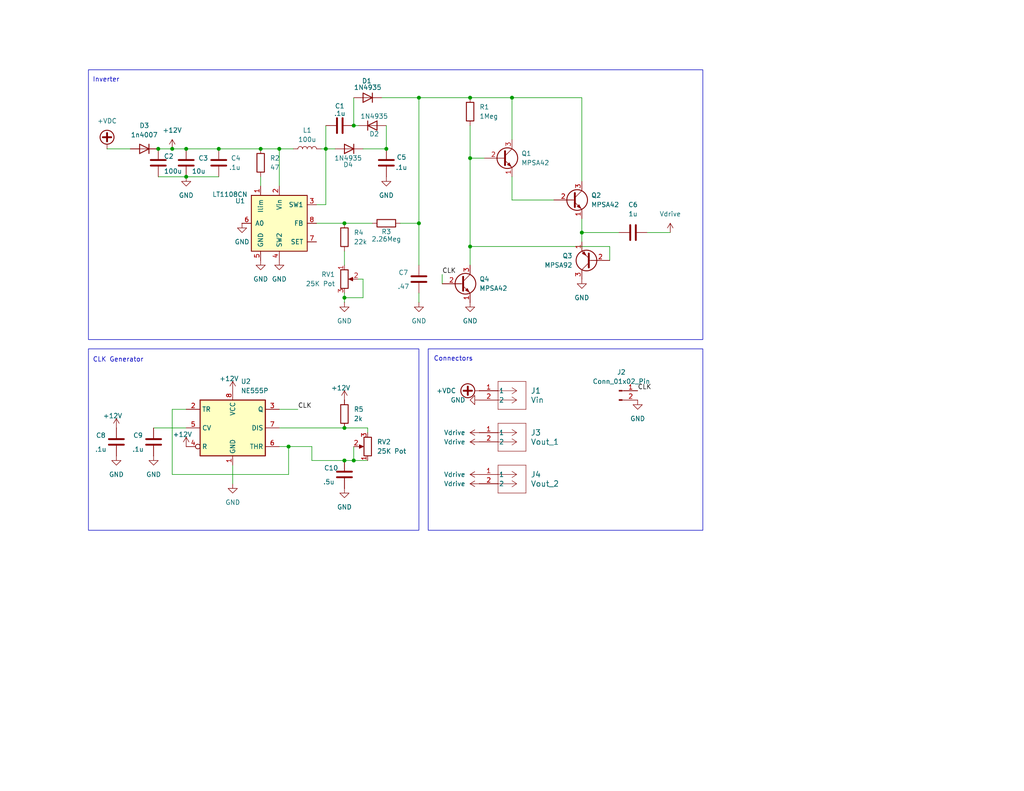
<source format=kicad_sch>
(kicad_sch (version 20231120) (generator "eeschema") (generator_version "8.0")
  (paper "USLetter")
  (title_block (title "Electroluminescent Gauge Driver For Massey Ferguson 135") (date "2024-05-31") (rev "V1") (company "Steven Vokoun") (comment 1 "Based on Linear Technologies Application Note 61, August 1994") (comment 2 "Fully solid state"))
  (lib_symbols
    (symbol "2024-05-31_20-10-28:1776493-2" (pin_names (offset 0.254))
      (property "Reference" "J" (at 8.89 6.35 0))
      (property "Value" "1776493-2" (at 0 0 0))
      (symbol "1776493-2_1_1"
        (polyline (pts (xy 5.08 -5.08) (xy 12.7 -5.08)) (stroke (width 0.127)))
        (polyline (pts (xy 5.08 2.54) (xy 5.08 -5.08)) (stroke (width 0.127)))
        (polyline (pts (xy 10.16 -2.54) (xy 5.08 -2.54)) (stroke (width 0.127)))
        (polyline (pts (xy 10.16 -2.54) (xy 8.89 -3.3867)) (stroke (width 0.127)))
        (polyline (pts (xy 10.16 -2.54) (xy 8.89 -1.6933)) (stroke (width 0.127)))
        (polyline (pts (xy 10.16 0) (xy 5.08 0)) (stroke (width 0.127)))
        (polyline (pts (xy 10.16 0) (xy 8.89 -0.8467)) (stroke (width 0.127)))
        (polyline (pts (xy 10.16 0) (xy 8.89 0.8467)) (stroke (width 0.127)))
        (polyline (pts (xy 12.7 -5.08) (xy 12.7 2.54)) (stroke (width 0.127)))
        (polyline (pts (xy 12.7 2.54) (xy 5.08 2.54)) (stroke (width 0.127)))
        (pin unspecified line (at 0 0 0) (length 5.08) (name "1") (number "1"))
        (pin unspecified line (at 0 -2.54 0) (length 5.08) (name "2") (number "2"))
      )
      (symbol "1776493-2_1_2"
        (polyline (pts (xy 5.08 -5.08) (xy 12.7 -5.08)) (stroke (width 0.127)))
        (polyline (pts (xy 5.08 2.54) (xy 5.08 -5.08)) (stroke (width 0.127)))
        (polyline (pts (xy 7.62 -2.54) (xy 5.08 -2.54)) (stroke (width 0.127)))
        (polyline (pts (xy 7.62 -2.54) (xy 8.89 -3.3867)) (stroke (width 0.127)))
        (polyline (pts (xy 7.62 -2.54) (xy 8.89 -1.6933)) (stroke (width 0.127)))
        (polyline (pts (xy 7.62 0) (xy 5.08 0)) (stroke (width 0.127)))
        (polyline (pts (xy 7.62 0) (xy 8.89 -0.8467)) (stroke (width 0.127)))
        (polyline (pts (xy 7.62 0) (xy 8.89 0.8467)) (stroke (width 0.127)))
        (polyline (pts (xy 12.7 -5.08) (xy 12.7 2.54)) (stroke (width 0.127)))
        (polyline (pts (xy 12.7 2.54) (xy 5.08 2.54)) (stroke (width 0.127)))
        (pin unspecified line (at 0 0 0) (length 5.08) (name "1") (number "1"))
        (pin unspecified line (at 0 -2.54 0) (length 5.08) (name "2") (number "2"))
      )
    )
    (symbol "Connector:Conn_01x02_Pin" (pin_names (offset 1.016) hide)
      (property "Reference" "J" (at 0 2.54 0))
      (property "Value" "Conn_01x02_Pin" (at 0 -5.08 0))
      (symbol "Conn_01x02_Pin_1_1"
        (polyline (pts (xy 1.27 -2.54) (xy 0.8636 -2.54)) (stroke (width 0.1524)))
        (polyline (pts (xy 1.27 0) (xy 0.8636 0)) (stroke (width 0.1524)))
        (rectangle (start 0.8636 -2.413) (end 0 -2.667) (stroke (width 0.1524)) (fill (type outline)))
        (rectangle (start 0.8636 0.127) (end 0 -0.127) (stroke (width 0.1524)) (fill (type outline)))
        (pin passive line (at 5.08 0 180) (length 3.81) (name "Pin_1") (number "1"))
        (pin passive line (at 5.08 -2.54 180) (length 3.81) (name "Pin_2") (number "2"))
      )
    )
    (symbol "Device:C" (pin_numbers hide) (pin_names (offset 0.254))
      (property "Reference" "C" (at 0.635 2.54 0))
      (property "Value" "C" (at 0.635 -2.54 0))
      (symbol "C_0_1"
        (polyline (pts (xy -2.032 -0.762) (xy 2.032 -0.762)) (stroke (width 0.508)))
        (polyline (pts (xy -2.032 0.762) (xy 2.032 0.762)) (stroke (width 0.508)))
      )
      (symbol "C_1_1"
        (pin passive line (at 0 3.81 270) (length 2.794) (name "~") (number "1"))
        (pin passive line (at 0 -3.81 90) (length 2.794) (name "~") (number "2"))
      )
    )
    (symbol "Device:D" (pin_numbers hide) (pin_names (offset 1.016) hide)
      (property "Reference" "D" (at 0 2.54 0))
      (property "Value" "D" (at 0 -2.54 0))
      (symbol "D_0_1"
        (polyline (pts (xy -1.27 1.27) (xy -1.27 -1.27)) (stroke (width 0.254)))
        (polyline (pts (xy 1.27 0) (xy -1.27 0)))
        (polyline (pts (xy 1.27 1.27) (xy 1.27 -1.27) (xy -1.27 0) (xy 1.27 1.27)) (stroke (width 0.254)))
      )
      (symbol "D_1_1"
        (pin passive line (at -3.81 0 0) (length 2.54) (name "K") (number "1"))
        (pin passive line (at 3.81 0 180) (length 2.54) (name "A") (number "2"))
      )
    )
    (symbol "Device:L" (pin_numbers hide) (pin_names (offset 1.016) hide)
      (property "Reference" "L" (at -1.27 0 90))
      (property "Value" "L" (at 1.905 0 90))
      (symbol "L_0_1"
        (arc (start 0 -2.54) (mid 0.6323 -1.905) (end 0 -1.27))
        (arc (start 0 -1.27) (mid 0.6323 -0.635) (end 0 0))
        (arc (start 0 0) (mid 0.6323 0.635) (end 0 1.27))
        (arc (start 0 1.27) (mid 0.6323 1.905) (end 0 2.54))
      )
      (symbol "L_1_1"
        (pin passive line (at 0 3.81 270) (length 1.27) (name "1") (number "1"))
        (pin passive line (at 0 -3.81 90) (length 1.27) (name "2") (number "2"))
      )
    )
    (symbol "Device:R" (pin_numbers hide) (pin_names (offset 0))
      (property "Reference" "R" (at 2.032 0 90))
      (property "Value" "R" (at 0 0 90))
      (symbol "R_0_1"
        (rectangle (start -1.016 -2.54) (end 1.016 2.54) (stroke (width 0.254)))
      )
      (symbol "R_1_1"
        (pin passive line (at 0 3.81 270) (length 1.27) (name "~") (number "1"))
        (pin passive line (at 0 -3.81 90) (length 1.27) (name "~") (number "2"))
      )
    )
    (symbol "Device:R_Potentiometer" (pin_names (offset 1.016) hide)
      (property "Reference" "RV" (at -4.445 0 90))
      (property "Value" "R_Potentiometer" (at -2.54 0 90))
      (symbol "R_Potentiometer_0_1"
        (polyline (pts (xy 2.54 0) (xy 1.524 0)))
        (polyline (pts (xy 1.143 0) (xy 2.286 0.508) (xy 2.286 -0.508) (xy 1.143 0)) (fill (type outline)))
        (rectangle (start 1.016 2.54) (end -1.016 -2.54) (stroke (width 0.254)))
      )
      (symbol "R_Potentiometer_1_1"
        (pin passive line (at 0 3.81 270) (length 1.27) (name "1") (number "1"))
        (pin passive line (at 3.81 0 180) (length 1.27) (name "2") (number "2"))
        (pin passive line (at 0 -3.81 90) (length 1.27) (name "3") (number "3"))
      )
    )
    (symbol "Regulator_Switching:LT1108CN" (pin_names (offset 1.016))
      (property "Reference" "U" (at 1.27 10.795 0))
      (property "Value" "LT1108CN" (at 1.27 8.89 0))
      (symbol "LT1108CN_0_1"
        (rectangle (start -7.62 7.62) (end 7.62 -7.62) (stroke (width 0.254)) (fill (type background)))
      )
      (symbol "LT1108CN_1_1"
        (pin input line (at -5.08 10.16 270) (length 2.54) (name "Ilim") (number "1"))
        (pin power_in line (at 0 10.16 270) (length 2.54) (name "Vin") (number "2"))
        (pin input line (at 10.16 5.08 180) (length 2.54) (name "SW1") (number "3"))
        (pin input line (at 0 -10.16 90) (length 2.54) (name "SW2") (number "4"))
        (pin power_in line (at -5.08 -10.16 90) (length 2.54) (name "GND") (number "5"))
        (pin output line (at -10.16 0 0) (length 2.54) (name "A0") (number "6"))
        (pin input line (at 10.16 -5.08 180) (length 2.54) (name "SET") (number "7"))
        (pin input line (at 10.16 0 180) (length 2.54) (name "FB") (number "8"))
      )
    )
    (symbol "Timer:NE555P"
      (property "Reference" "U" (at -10.16 8.89 0))
      (property "Value" "NE555P" (at 2.54 8.89 0))
      (symbol "NE555P_0_0"
        (pin power_in line (at 0 -10.16 90) (length 2.54) (name "GND") (number "1"))
        (pin power_in line (at 0 10.16 270) (length 2.54) (name "VCC") (number "8"))
      )
      (symbol "NE555P_0_1"
        (rectangle (start -8.89 -7.62) (end 8.89 7.62) (stroke (width 0.254)) (fill (type background)))
        (rectangle (start -8.89 -7.62) (end 8.89 7.62) (stroke (width 0.254)) (fill (type background)))
      )
      (symbol "NE555P_1_1"
        (pin input line (at -12.7 5.08 0) (length 3.81) (name "TR") (number "2"))
        (pin output line (at 12.7 5.08 180) (length 3.81) (name "Q") (number "3"))
        (pin input inverted (at -12.7 -5.08 0) (length 3.81) (name "R") (number "4"))
        (pin input line (at -12.7 0 0) (length 3.81) (name "CV") (number "5"))
        (pin input line (at 12.7 -5.08 180) (length 3.81) (name "THR") (number "6"))
        (pin input line (at 12.7 0 180) (length 3.81) (name "DIS") (number "7"))
      )
    )
    (symbol "Transistor_BJT:MPSA42" (pin_names (offset 1.016) hide)
      (property "Reference" "Q" (at 5.08 1.905 0))
      (property "Value" "MPSA42" (at 5.08 0 0))
      (symbol "MPSA42_0_1"
        (polyline (pts (xy 0 0) (xy 0.635 0)))
        (polyline (pts (xy 0.635 0.635) (xy 2.54 2.54)))
        (polyline (pts (xy 0.635 -0.635) (xy 2.54 -2.54) (xy 2.54 -2.54)))
        (polyline (pts (xy 0.635 1.905) (xy 0.635 -1.905) (xy 0.635 -1.905)) (stroke (width 0.508)))
        (polyline (pts (xy 1.27 -1.778) (xy 1.778 -1.27) (xy 2.286 -2.286) (xy 1.27 -1.778) (xy 1.27 -1.778)) (fill (type outline)))
        (circle (center 1.27 0) (radius 2.8194) (stroke (width 0.254)))
      )
      (symbol "MPSA42_1_1"
        (pin passive line (at 2.54 -5.08 90) (length 2.54) (name "E") (number "1"))
        (pin input line (at -5.08 0 0) (length 5.08) (name "B") (number "2"))
        (pin passive line (at 2.54 5.08 270) (length 2.54) (name "C") (number "3"))
      )
    )
    (symbol "Transistor_BJT:MPSA92" (pin_names (offset 1.016) hide)
      (property "Reference" "Q" (at 5.08 1.905 0))
      (property "Value" "MPSA92" (at 5.08 0 0))
      (symbol "MPSA92_0_1"
        (polyline (pts (xy 0 0) (xy 0.635 0)))
        (polyline (pts (xy 2.54 -2.54) (xy 0.635 -0.635)))
        (polyline (pts (xy 2.54 2.54) (xy 0.635 0.635)))
        (polyline (pts (xy 0.635 1.905) (xy 0.635 -1.905) (xy 0.635 -1.905)) (stroke (width 0.508)) (fill (type outline)))
        (polyline (pts (xy 1.905 -2.413) (xy 2.413 -1.905) (xy 1.397 -1.397) (xy 1.905 -2.413) (xy 1.905 -2.413)) (fill (type outline)))
        (circle (center 1.27 0) (radius 2.8194) (stroke (width 0.254)))
      )
      (symbol "MPSA92_1_1"
        (pin passive line (at 2.54 -5.08 90) (length 2.54) (name "E") (number "1"))
        (pin input line (at -5.08 0 0) (length 5.08) (name "B") (number "2"))
        (pin passive line (at 2.54 5.08 270) (length 2.54) (name "C") (number "3"))
      )
    )
    (symbol "power:+12V" (power) (pin_numbers hide) (pin_names (offset 0) hide)
      (property "Value" "+12V" (at 0 3.556 0))
      (symbol "+12V_0_1"
        (polyline (pts (xy -0.762 1.27) (xy 0 2.54)))
        (polyline (pts (xy 0 0) (xy 0 2.54)))
        (polyline (pts (xy 0 2.54) (xy 0.762 1.27)))
      )
      (symbol "+12V_1_1"
        (pin power_in line (at 0 0 90) (length 0) (name "~") (number "1"))
      )
    )
    (symbol "power:+VDC" (power) (pin_numbers hide) (pin_names (offset 0) hide)
      (property "Value" "+VDC" (at 0 6.35 0))
      (symbol "+VDC_0_1"
        (polyline (pts (xy -1.143 3.175) (xy 1.143 3.175)) (stroke (width 0.508)))
        (polyline (pts (xy 0 0) (xy 0 1.27)))
        (polyline (pts (xy 0 2.032) (xy 0 4.318)) (stroke (width 0.508)))
        (circle (center 0 3.175) (radius 1.905) (stroke (width 0.254)))
      )
      (symbol "+VDC_1_1"
        (pin power_in line (at 0 0 90) (length 0) (name "~") (number "1"))
      )
    )
    (symbol "power:GND" (power) (pin_numbers hide) (pin_names (offset 0) hide)
      (property "Value" "GND" (at 0 -3.81 0))
      (symbol "GND_0_1"
        (polyline (pts (xy 0 0) (xy 0 -1.27) (xy 1.27 -1.27) (xy 0 -2.54) (xy -1.27 -1.27) (xy 0 -1.27)))
      )
      (symbol "GND_1_1"
        (pin power_in line (at 0 0 270) (length 0) (name "~") (number "1"))
      )
    )
    (symbol "power:Vdrive" (power) (pin_numbers hide) (pin_names (offset 0) hide)
      (property "Value" "Vdrive" (at 0 3.556 0))
      (symbol "Vdrive_0_1"
        (polyline (pts (xy -0.762 1.27) (xy 0 2.54)))
        (polyline (pts (xy 0 0) (xy 0 2.54)))
        (polyline (pts (xy 0 2.54) (xy 0.762 1.27)))
      )
      (symbol "Vdrive_1_1"
        (pin power_in line (at 0 0 90) (length 0) (name "~") (number "1"))
      )
    )
  )
  (junction (at 59.69 40.64))
  (junction (at 93.98 116.84))
  (junction (at 128.27 43.18))
  (junction (at 93.98 125.73))
  (junction (at 50.8 48.26))
  (junction (at 93.98 81.28))
  (junction (at 128.27 67.31))
  (junction (at 88.9 40.64))
  (junction (at 78.74 121.92))
  (junction (at 114.3 26.67))
  (junction (at 71.12 40.64))
  (junction (at 114.3 60.96))
  (junction (at 50.8 40.64))
  (junction (at 96.52 34.29))
  (junction (at 96.52 125.73))
  (junction (at 139.7 26.67))
  (junction (at 93.98 60.96))
  (junction (at 158.75 63.5))
  (junction (at 76.2 40.64))
  (junction (at 105.41 40.64))
  (junction (at 43.18 40.64))
  (junction (at 128.27 26.67))
  (junction (at 46.99 40.64))
  (wire (pts (xy 114.3 60.96) (xy 109.22 60.96)))
  (wire (pts (xy 96.52 125.73) (xy 96.52 121.92)))
  (wire (pts (xy 71.12 40.64) (xy 76.2 40.64)))
  (wire (pts (xy 114.3 26.67) (xy 114.3 60.96)))
  (wire (pts (xy 158.75 26.67) (xy 139.7 26.67)))
  (wire (pts (xy 76.2 50.8) (xy 76.2 40.64)))
  (wire (pts (xy 99.06 76.2) (xy 99.06 81.28)))
  (wire (pts (xy 139.7 54.61) (xy 139.7 48.26)))
  (wire (pts (xy 139.7 26.67) (xy 128.27 26.67)))
  (wire (pts (xy 76.2 116.84) (xy 93.98 116.84)))
  (wire (pts (xy 139.7 38.1) (xy 139.7 26.67)))
  (wire (pts (xy 93.98 125.73) (xy 96.52 125.73)))
  (wire (pts (xy 59.69 40.64) (xy 71.12 40.64)))
  (wire (pts (xy 128.27 43.18) (xy 132.08 43.18)))
  (wire (pts (xy 78.74 129.54) (xy 78.74 121.92)))
  (wire (pts (xy 71.12 48.26) (xy 71.12 50.8)))
  (wire (pts (xy 46.99 111.76) (xy 46.99 129.54)))
  (wire (pts (xy 43.18 40.64) (xy 46.99 40.64)))
  (wire (pts (xy 114.3 26.67) (xy 128.27 26.67)))
  (wire (pts (xy 88.9 40.64) (xy 91.44 40.64)))
  (wire (pts (xy 158.75 49.53) (xy 158.75 26.67)))
  (wire (pts (xy 104.14 26.67) (xy 114.3 26.67)))
  (wire (pts (xy 29.21 40.64) (xy 35.56 40.64)))
  (wire (pts (xy 76.2 111.76) (xy 81.28 111.76)))
  (wire (pts (xy 158.75 59.69) (xy 158.75 63.5)))
  (wire (pts (xy 97.79 76.2) (xy 99.06 76.2)))
  (wire (pts (xy 99.06 40.64) (xy 105.41 40.64)))
  (wire (pts (xy 158.75 63.5) (xy 158.75 66.04)))
  (wire (pts (xy 87.63 40.64) (xy 88.9 40.64)))
  (wire (pts (xy 151.13 54.61) (xy 139.7 54.61)))
  (wire (pts (xy 43.18 48.26) (xy 50.8 48.26)))
  (wire (pts (xy 100.33 125.73) (xy 96.52 125.73)))
  (wire (pts (xy 76.2 40.64) (xy 80.01 40.64)))
  (wire (pts (xy 93.98 81.28) (xy 99.06 81.28)))
  (wire (pts (xy 176.53 63.5) (xy 182.88 63.5)))
  (wire (pts (xy 63.5 132.08) (xy 63.5 127)))
  (wire (pts (xy 93.98 60.96) (xy 101.6 60.96)))
  (wire (pts (xy 93.98 116.84) (xy 100.33 116.84)))
  (wire (pts (xy 105.41 34.29) (xy 105.41 40.64)))
  (wire (pts (xy 158.75 63.5) (xy 168.91 63.5)))
  (wire (pts (xy 50.8 111.76) (xy 46.99 111.76)))
  (wire (pts (xy 100.33 118.11) (xy 100.33 116.84)))
  (wire (pts (xy 88.9 34.29) (xy 88.9 40.64)))
  (wire (pts (xy 114.3 72.39) (xy 114.3 60.96)))
  (wire (pts (xy 114.3 80.01) (xy 114.3 82.55)))
  (wire (pts (xy 128.27 67.31) (xy 128.27 72.39)))
  (wire (pts (xy 86.36 60.96) (xy 93.98 60.96)))
  (wire (pts (xy 120.65 74.93) (xy 120.65 77.47)))
  (wire (pts (xy 50.8 40.64) (xy 59.69 40.64)))
  (wire (pts (xy 128.27 43.18) (xy 128.27 67.31)))
  (wire (pts (xy 93.98 80.01) (xy 93.98 81.28)))
  (wire (pts (xy 86.36 55.88) (xy 88.9 55.88)))
  (wire (pts (xy 128.27 34.29) (xy 128.27 43.18)))
  (wire (pts (xy 46.99 40.64) (xy 50.8 40.64)))
  (wire (pts (xy 41.91 116.84) (xy 50.8 116.84)))
  (wire (pts (xy 85.09 125.73) (xy 85.09 121.92)))
  (wire (pts (xy 78.74 121.92) (xy 76.2 121.92)))
  (wire (pts (xy 93.98 68.58) (xy 93.98 72.39)))
  (wire (pts (xy 93.98 81.28) (xy 93.98 82.55)))
  (wire (pts (xy 85.09 121.92) (xy 78.74 121.92)))
  (wire (pts (xy 96.52 34.29) (xy 97.79 34.29)))
  (wire (pts (xy 46.99 129.54) (xy 78.74 129.54)))
  (wire (pts (xy 166.37 71.12) (xy 166.37 67.31)))
  (wire (pts (xy 50.8 48.26) (xy 59.69 48.26)))
  (wire (pts (xy 93.98 125.73) (xy 85.09 125.73)))
  (wire (pts (xy 88.9 55.88) (xy 88.9 40.64)))
  (wire (pts (xy 166.37 67.31) (xy 128.27 67.31)))
  (wire (pts (xy 96.52 26.67) (xy 96.52 34.29)))
  (rectangle (start 116.84 95.25) (end 191.77 144.78))
  (rectangle (start 24.13 95.25) (end 114.3 144.78))
  (rectangle (start 24.13 19.05) (end 191.77 92.71))
  (text "CLK Generator" (at 32.258 98.298 0) (effects (font (size 1.27 1.27))))
  (text "Inverter" (at 28.956 21.844 0) (effects (font (size 1.27 1.27))))
  (text "Connectors" (at 123.698 98.044 0) (effects (font (size 1.27 1.27))))
  (label "CLK" (at 81.28 111.76 0))
  (label "CLK" (at 173.99 106.68 0))
  (label "CLK" (at 120.65 74.93 0))
  (symbol (lib_id "power:GND") (at 105.41 48.26 0) (unit 1)
    (property "Reference" "#PWR04" (effects (hide yes)))
    (property "Value" "GND" (at 105.41 53.34 0))
    (property "Description" "Power symbol creates a global label with name \"GND\" , ground" (effects (hide yes)))
  )
  (symbol (lib_id "Device:R_Potentiometer") (at 93.98 76.2 0) (unit 1)
    (property "Reference" "RV1" (at 91.44 74.9299 0) (effects (justify right)))
    (property "Value" "25K Pot" (at 91.44 77.4699 0) (effects (justify right)))
    (property "Footprint" "digikey-footprints:TRIM_3362P-1-253LF" (effects (hide yes)))
    (property "Description" "Potentiometer" (effects (hide yes)))
  )
  (symbol (lib_id "power:GND") (at 66.04 60.96 0) (unit 1)
    (property "Reference" "#PWR05" (effects (hide yes)))
    (property "Value" "GND" (at 66.04 66.04 0))
    (property "Description" "Power symbol creates a global label with name \"GND\" , ground" (effects (hide yes)))
  )
  (symbol (lib_id "Device:C") (at 105.41 44.45 0) (unit 1)
    (property "Reference" "C5" (at 108.204 42.926 0) (effects (justify left)))
    (property "Value" ".1u" (at 107.95 45.72 0) (effects (justify left)))
    (property "Footprint" "Capacitor_THT:C_Rect_L7.2mm_W7.2mm_P5.00mm_FKS2_FKP2_MKS2_MKP2" (effects (hide yes)))
    (property "Description" "Unpolarized capacitor" (effects (hide yes)))
  )
  (symbol (lib_id "Device:D") (at 39.37 40.64 180) (unit 1)
    (property "Reference" "D3" (at 39.37 34.29 0))
    (property "Value" "1n4007" (at 39.37 36.83 0))
    (property "Footprint" "Diode_THT:D_DO-41_SOD81_P7.62mm_Horizontal" (effects (hide yes)))
    (property "Description" "Diode" (effects (hide yes)))
    (property "Sim.Device" "D" (effects (hide yes)))
    (property "Sim.Pins" "1=K 2=A" (effects (hide yes)))
  )
  (symbol (lib_id "power:GND") (at 71.12 71.12 0) (unit 1)
    (property "Reference" "#PWR07" (effects (hide yes)))
    (property "Value" "GND" (at 71.12 76.2 0))
    (property "Description" "Power symbol creates a global label with name \"GND\" , ground" (effects (hide yes)))
  )
  (symbol (lib_id "power:+12V") (at 63.5 106.68 0) (unit 1)
    (property "Reference" "#PWR013" (effects (hide yes)))
    (property "Value" "+12V" (at 62.484 103.378 0))
    (property "Description" "Power symbol creates a global label with name \"+12V\"" (effects (hide yes)))
  )
  (symbol (lib_id "power:Vdrive") (at 130.81 120.65 90) (unit 1)
    (property "Reference" "#PWR020" (effects (hide yes)))
    (property "Value" "Vdrive" (at 127 120.6499 90) (effects (justify left)))
    (property "Description" "Power symbol creates a global label with name \"Vdrive\"" (effects (hide yes)))
  )
  (symbol (lib_id "Device:C") (at 31.75 120.65 0) (unit 1)
    (property "Reference" "C8" (at 26.162 118.872 0) (effects (justify left)))
    (property "Value" ".1u" (at 25.908 122.682 0) (effects (justify left)))
    (property "Footprint" "Capacitor_THT:C_Disc_D5.1mm_W3.2mm_P5.00mm" (effects (hide yes)))
    (property "Description" "Unpolarized capacitor" (effects (hide yes)))
  )
  (symbol (lib_id "Device:C") (at 43.18 44.45 0) (unit 1)
    (property "Reference" "C2" (at 44.704 42.672 0) (effects (justify left)))
    (property "Value" "100u" (at 44.704 46.736 0) (effects (justify left)))
    (property "Footprint" "Capacitor_THT:C_Radial_D8.0mm_H11.5mm_P3.50mm" (effects (hide yes)))
    (property "Description" "Unpolarized capacitor" (effects (hide yes)))
  )
  (symbol (lib_id "power:GND") (at 114.3 82.55 0) (unit 1)
    (property "Reference" "#PWR011" (effects (hide yes)))
    (property "Value" "GND" (at 114.3 87.63 0))
    (property "Description" "Power symbol creates a global label with name \"GND\" , ground" (effects (hide yes)))
  )
  (symbol (lib_id "Device:R") (at 93.98 113.03 0) (unit 1)
    (property "Reference" "R5" (at 96.52 111.7599 0) (effects (justify left)))
    (property "Value" "2k" (at 96.52 114.2999 0) (effects (justify left)))
    (property "Footprint" "Resistor_THT:R_Axial_DIN0207_L6.3mm_D2.5mm_P7.62mm_Horizontal" (effects (hide yes)))
    (property "Description" "Resistor" (effects (hide yes)))
  )
  (symbol (lib_id "power:GND") (at 41.91 124.46 0) (unit 1)
    (property "Reference" "#PWR023" (effects (hide yes)))
    (property "Value" "GND" (at 41.91 129.54 0))
    (property "Description" "Power symbol creates a global label with name \"GND\" , ground" (effects (hide yes)))
  )
  (symbol (lib_id "Transistor_BJT:MPSA42") (at 125.73 77.47 0) (unit 1)
    (property "Reference" "Q4" (at 130.81 76.1999 0) (effects (justify left)))
    (property "Value" "MPSA42" (at 130.81 78.7399 0) (effects (justify left)))
    (property "Footprint" "Package_TO_SOT_THT:TO-92_Inline" (effects (hide yes)))
    (property "Datasheet" "http://www.onsemi.com/pub_link/Collateral/MPSA42-D.PDF" (effects (hide yes)))
    (property "Description" "0.5A Ic, 300V Vce, NPN High Voltage Transistor, TO-92" (effects (hide yes)))
  )
  (symbol (lib_id "Device:R") (at 128.27 30.48 0) (unit 1)
    (property "Reference" "R1" (at 130.81 29.2099 0) (effects (justify left)))
    (property "Value" "1Meg" (at 130.81 31.7499 0) (effects (justify left)))
    (property "Footprint" "Resistor_THT:R_Axial_DIN0207_L6.3mm_D2.5mm_P7.62mm_Horizontal" (effects (hide yes)))
    (property "Description" "Resistor" (effects (hide yes)))
  )
  (symbol (lib_id "power:+12V") (at 50.8 121.92 0) (unit 1)
    (property "Reference" "#PWR021" (effects (hide yes)))
    (property "Value" "+12V" (at 49.784 118.618 0))
    (property "Description" "Power symbol creates a global label with name \"+12V\"" (effects (hide yes)))
  )
  (symbol (lib_id "power:Vdrive") (at 130.81 118.11 90) (unit 1)
    (property "Reference" "#PWR019" (effects (hide yes)))
    (property "Value" "Vdrive" (at 127 118.1099 90) (effects (justify left)))
    (property "Description" "Power symbol creates a global label with name \"Vdrive\"" (effects (hide yes)))
  )
  (symbol (lib_id "Device:D") (at 100.33 26.67 180) (unit 1)
    (property "Reference" "D1" (at 100.076 22.098 0))
    (property "Value" "1N4935" (at 100.33 23.876 0))
    (property "Footprint" "digikey-footprints:DO-41" (effects (hide yes)))
    (property "Description" "Diode" (effects (hide yes)))
    (property "Sim.Device" "D" (effects (hide yes)))
    (property "Sim.Pins" "1=K 2=A" (effects (hide yes)))
  )
  (symbol (lib_id "power:GND") (at 130.81 109.22 270) (unit 1)
    (property "Reference" "#PWR016" (effects (hide yes)))
    (property "Value" "GND" (at 127 109.2199 90) (effects (justify right)))
    (property "Description" "Power symbol creates a global label with name \"GND\" , ground" (effects (hide yes)))
  )
  (symbol (lib_id "Device:C") (at 172.72 63.5 90) (unit 1)
    (property "Reference" "C6" (at 172.72 55.88 90))
    (property "Value" "1u" (at 172.72 58.42 90))
    (property "Footprint" "Capacitor_THT:C_Radial_D6.3mm_H11.0mm_P2.50mm" (effects (hide yes)))
    (property "Description" "Unpolarized capacitor" (effects (hide yes)))
  )
  (symbol (lib_id "Connector:Conn_01x02_Pin") (at 168.91 106.68 0) (unit 1)
    (property "Reference" "J2" (at 169.545 101.6 0))
    (property "Value" "Conn_01x02_Pin" (at 169.545 104.14 0))
    (property "Footprint" "Connector_PinHeader_2.54mm:PinHeader_1x02_P2.54mm_Vertical" (effects (hide yes)))
    (property "Description" "Generic connector, single row, 01x02, script generated" (effects (hide yes)))
  )
  (symbol (lib_id "power:+12V") (at 93.98 109.22 0) (unit 1)
    (property "Reference" "#PWR015" (effects (hide yes)))
    (property "Value" "+12V" (at 92.964 105.918 0))
    (property "Description" "Power symbol creates a global label with name \"+12V\"" (effects (hide yes)))
  )
  (symbol (lib_id "power:+VDC") (at 29.21 40.64 0) (unit 1)
    (property "Reference" "#PWR01" (effects (hide yes)))
    (property "Value" "+VDC" (at 29.21 33.02 0))
    (property "Description" "Power symbol creates a global label with name \"+VDC\"" (effects (hide yes)))
  )
  (symbol (lib_id "power:+12V") (at 31.75 116.84 0) (unit 1)
    (property "Reference" "#PWR018" (effects (hide yes)))
    (property "Value" "+12V" (at 30.734 113.538 0))
    (property "Description" "Power symbol creates a global label with name \"+12V\"" (effects (hide yes)))
  )
  (symbol (lib_id "Device:R") (at 71.12 44.45 0) (unit 1)
    (property "Reference" "R2" (at 73.66 43.1799 0) (effects (justify left)))
    (property "Value" "47" (at 73.66 45.7199 0) (effects (justify left)))
    (property "Footprint" "Resistor_THT:R_Axial_DIN0207_L6.3mm_D2.5mm_P7.62mm_Horizontal" (effects (hide yes)))
    (property "Description" "Resistor" (effects (hide yes)))
  )
  (symbol (lib_id "power:+VDC") (at 130.81 106.68 90) (unit 1)
    (property "Reference" "#PWR014" (effects (hide yes)))
    (property "Value" "+VDC" (at 124.46 106.6799 90) (effects (justify left)))
    (property "Description" "Power symbol creates a global label with name \"+VDC\"" (effects (hide yes)))
  )
  (symbol (lib_id "Device:D") (at 95.25 40.64 180) (unit 1)
    (property "Reference" "D4" (at 94.996 44.958 0))
    (property "Value" "1N4935" (at 94.996 43.18 0))
    (property "Footprint" "Diode_THT:D_DO-41_SOD81_P7.62mm_Horizontal" (effects (hide yes)))
    (property "Description" "Diode" (effects (hide yes)))
    (property "Sim.Device" "D" (effects (hide yes)))
    (property "Sim.Pins" "1=K 2=A" (effects (hide yes)))
  )
  (symbol (lib_id "power:GND") (at 50.8 48.26 0) (unit 1)
    (property "Reference" "#PWR03" (effects (hide yes)))
    (property "Value" "GND" (at 50.8 53.34 0))
    (property "Description" "Power symbol creates a global label with name \"GND\" , ground" (effects (hide yes)))
  )
  (symbol (lib_id "Transistor_BJT:MPSA42") (at 137.16 43.18 0) (unit 1)
    (property "Reference" "Q1" (at 142.24 41.9099 0) (effects (justify left)))
    (property "Value" "MPSA42" (at 142.24 44.4499 0) (effects (justify left)))
    (property "Footprint" "Package_TO_SOT_THT:TO-92_Inline" (effects (hide yes)))
    (property "Datasheet" "http://www.onsemi.com/pub_link/Collateral/MPSA42-D.PDF" (effects (hide yes)))
    (property "Description" "0.5A Ic, 300V Vce, NPN High Voltage Transistor, TO-92" (effects (hide yes)))
  )
  (symbol (lib_id "Device:C") (at 114.3 76.2 0) (unit 1)
    (property "Reference" "C7" (at 108.712 74.422 0) (effects (justify left)))
    (property "Value" ".47" (at 108.458 78.232 0) (effects (justify left)))
    (property "Footprint" "Capacitor_THT:C_Rect_L18.0mm_W9.0mm_P15.00mm_FKS3_FKP3" (effects (hide yes)))
    (property "Description" "Unpolarized capacitor" (effects (hide yes)))
  )
  (symbol (lib_id "2024-05-31_20-10-28:1776493-2") (at 130.81 106.68 0) (unit 1)
    (property "Reference" "J1" (at 144.78 106.6799 0) (effects (font (size 1.524 1.524)) (justify left)))
    (property "Value" "Vin" (at 144.78 109.2199 0) (effects (font (size 1.524 1.524)) (justify left)))
    (property "Footprint" "2 Pin Connector:CONN2_1776493-2_TEC" (effects (hide yes)))
    (property "Datasheet" "1776493-2" (effects (hide yes)))
  )
  (symbol (lib_id "power:GND") (at 128.27 82.55 0) (unit 1)
    (property "Reference" "#PWR012" (effects (hide yes)))
    (property "Value" "GND" (at 128.27 87.63 0))
    (property "Description" "Power symbol creates a global label with name \"GND\" , ground" (effects (hide yes)))
  )
  (symbol (lib_id "Regulator_Switching:LT1108CN") (at 76.2 60.96 0) (unit 1)
    (property "Reference" "U1" (at 65.532 54.864 0))
    (property "Value" "LT1108CN" (at 62.738 53.086 0))
    (property "Footprint" "Package_DIP:DIP-8_W7.62mm" (effects (hide yes)))
    (property "Datasheet" "https://www.analog.com/media/en/technical-documentation/data-sheets/lt1108.pdf" (effects (hide yes)))
    (property "Description" "Micropower DC-DC converter, step-up or step-down operation, 2V-30Vin, adjustable output voltage, DIP-8" (effects (hide yes)))
  )
  (symbol (lib_id "Transistor_BJT:MPSA92") (at 161.29 71.12 180) (unit 1)
    (property "Reference" "Q3" (at 156.21 69.8499 0) (effects (justify left)))
    (property "Value" "MPSA92" (at 156.21 72.3899 0) (effects (justify left)))
    (property "Footprint" "Package_TO_SOT_THT:TO-92_Inline" (effects (hide yes)))
    (property "Datasheet" "http://www.onsemi.com/pub_link/Collateral/MPSA92-D.PDF" (effects (hide yes)))
    (property "Description" "0.5A Ic, 300V Vce, PNP High Voltage Transistor, TO-92" (effects (hide yes)))
  )
  (symbol (lib_id "Device:C") (at 50.8 44.45 0) (unit 1)
    (property "Reference" "C3" (at 54.102 43.18 0) (effects (justify left)))
    (property "Value" "10u" (at 52.324 46.736 0) (effects (justify left)))
    (property "Footprint" "Capacitor_THT:C_Disc_D5.1mm_W3.2mm_P5.00mm" (effects (hide yes)))
    (property "Description" "Unpolarized capacitor" (effects (hide yes)))
  )
  (symbol (lib_id "Device:L") (at 83.82 40.64 90) (unit 1)
    (property "Reference" "L1" (at 83.82 35.56 90))
    (property "Value" "100u" (at 83.82 38.1 90))
    (property "Footprint" "Inductor_THT:L_Radial_D9.5mm_P5.00mm_Fastron_07HVP" (effects (hide yes)))
    (property "Description" "Inductor" (effects (hide yes)))
  )
  (symbol (lib_id "power:GND") (at 93.98 133.35 0) (unit 1)
    (property "Reference" "#PWR027" (effects (hide yes)))
    (property "Value" "GND" (at 93.98 138.43 0))
    (property "Description" "Power symbol creates a global label with name \"GND\" , ground" (effects (hide yes)))
  )
  (symbol (lib_id "2024-05-31_20-10-28:1776493-2") (at 130.81 129.54 0) (unit 1)
    (property "Reference" "J4" (at 144.78 129.5399 0) (effects (font (size 1.524 1.524)) (justify left)))
    (property "Value" "Vout_2" (at 144.78 132.0799 0) (effects (font (size 1.524 1.524)) (justify left)))
    (property "Footprint" "2 Pin Connector:CONN2_1776493-2_TEC" (effects (hide yes)))
    (property "Datasheet" "1776493-2" (effects (hide yes)))
  )
  (symbol (lib_id "power:GND") (at 158.75 76.2 0) (unit 1)
    (property "Reference" "#PWR09" (effects (hide yes)))
    (property "Value" "GND" (at 158.75 81.28 0))
    (property "Description" "Power symbol creates a global label with name \"GND\" , ground" (effects (hide yes)))
  )
  (symbol (lib_id "power:Vdrive") (at 130.81 129.54 90) (unit 1)
    (property "Reference" "#PWR024" (effects (hide yes)))
    (property "Value" "Vdrive" (at 127 129.5399 90) (effects (justify left)))
    (property "Description" "Power symbol creates a global label with name \"Vdrive\"" (effects (hide yes)))
  )
  (symbol (lib_id "power:GND") (at 76.2 71.12 0) (unit 1)
    (property "Reference" "#PWR08" (effects (hide yes)))
    (property "Value" "GND" (at 76.2 76.2 0))
    (property "Description" "Power symbol creates a global label with name \"GND\" , ground" (effects (hide yes)))
  )
  (symbol (lib_id "power:+12V") (at 46.99 40.64 0) (unit 1)
    (property "Reference" "#PWR02" (effects (hide yes)))
    (property "Value" "+12V" (at 46.99 35.56 0))
    (property "Description" "Power symbol creates a global label with name \"+12V\"" (effects (hide yes)))
  )
  (symbol (lib_id "Device:C") (at 92.71 34.29 90) (unit 1)
    (property "Reference" "C1" (at 92.71 28.956 90))
    (property "Value" ".1u" (at 92.71 30.988 90))
    (property "Footprint" "Capacitor_THT:C_Rect_L7.2mm_W7.2mm_P5.00mm_FKS2_FKP2_MKS2_MKP2" (effects (hide yes)))
    (property "Description" "Unpolarized capacitor" (effects (hide yes)))
  )
  (symbol (lib_id "Device:C") (at 41.91 120.65 0) (unit 1)
    (property "Reference" "C9" (at 36.322 118.872 0) (effects (justify left)))
    (property "Value" ".1u" (at 36.068 122.682 0) (effects (justify left)))
    (property "Footprint" "Capacitor_THT:C_Disc_D5.1mm_W3.2mm_P5.00mm" (effects (hide yes)))
    (property "Description" "Unpolarized capacitor" (effects (hide yes)))
  )
  (symbol (lib_id "power:GND") (at 31.75 124.46 0) (unit 1)
    (property "Reference" "#PWR022" (effects (hide yes)))
    (property "Value" "GND" (at 31.75 129.54 0))
    (property "Description" "Power symbol creates a global label with name \"GND\" , ground" (effects (hide yes)))
  )
  (symbol (lib_id "2024-05-31_20-10-28:1776493-2") (at 130.81 118.11 0) (unit 1)
    (property "Reference" "J3" (at 144.78 118.1099 0) (effects (font (size 1.524 1.524)) (justify left)))
    (property "Value" "Vout_1" (at 144.78 120.6499 0) (effects (font (size 1.524 1.524)) (justify left)))
    (property "Footprint" "2 Pin Connector:CONN2_1776493-2_TEC" (effects (hide yes)))
    (property "Datasheet" "1776493-2" (effects (hide yes)))
  )
  (symbol (lib_id "power:GND") (at 173.99 109.22 0) (unit 1)
    (property "Reference" "#PWR017" (effects (hide yes)))
    (property "Value" "GND" (at 173.99 114.3 0))
    (property "Description" "Power symbol creates a global label with name \"GND\" , ground" (effects (hide yes)))
  )
  (symbol (lib_id "Device:D") (at 101.6 34.29 0) (unit 1)
    (property "Reference" "D2" (at 102.108 36.576 0))
    (property "Value" "1N4935" (at 102.108 31.75 0))
    (property "Footprint" "Diode_THT:D_DO-41_SOD81_P7.62mm_Horizontal" (effects (hide yes)))
    (property "Description" "Diode" (effects (hide yes)))
    (property "Sim.Device" "D" (effects (hide yes)))
    (property "Sim.Pins" "1=K 2=A" (effects (hide yes)))
  )
  (symbol (lib_id "power:GND") (at 93.98 82.55 0) (unit 1)
    (property "Reference" "#PWR010" (effects (hide yes)))
    (property "Value" "GND" (at 93.98 87.63 0))
    (property "Description" "Power symbol creates a global label with name \"GND\" , ground" (effects (hide yes)))
  )
  (symbol (lib_id "Device:C") (at 93.98 129.54 0) (unit 1)
    (property "Reference" "C10" (at 88.392 127.762 0) (effects (justify left)))
    (property "Value" ".5u" (at 88.138 131.572 0) (effects (justify left)))
    (property "Footprint" "Capacitor_THT:C_Disc_D5.1mm_W3.2mm_P5.00mm" (effects (hide yes)))
    (property "Description" "Unpolarized capacitor" (effects (hide yes)))
  )
  (symbol (lib_id "Device:R") (at 93.98 64.77 0) (unit 1)
    (property "Reference" "R4" (at 96.52 63.4999 0) (effects (justify left)))
    (property "Value" "22k" (at 96.52 66.0399 0) (effects (justify left)))
    (property "Footprint" "Resistor_THT:R_Axial_DIN0207_L6.3mm_D2.5mm_P7.62mm_Horizontal" (effects (hide yes)))
    (property "Description" "Resistor" (effects (hide yes)))
  )
  (symbol (lib_id "Device:R") (at 105.41 60.96 90) (unit 1)
    (property "Reference" "R3" (at 105.41 63.246 90))
    (property "Value" "2.26Meg" (at 105.41 65.278 90))
    (property "Footprint" "Resistor_THT:R_Axial_DIN0207_L6.3mm_D2.5mm_P7.62mm_Horizontal" (effects (hide yes)))
    (property "Description" "Resistor" (effects (hide yes)))
  )
  (symbol (lib_id "Device:C") (at 59.69 44.45 0) (unit 1)
    (property "Reference" "C4" (at 62.992 43.18 0) (effects (justify left)))
    (property "Value" ".1u" (at 62.484 45.72 0) (effects (justify left)))
    (property "Footprint" "Capacitor_THT:C_Disc_D5.1mm_W3.2mm_P5.00mm" (effects (hide yes)))
    (property "Description" "Unpolarized capacitor" (effects (hide yes)))
  )
  (symbol (lib_id "power:Vdrive") (at 130.81 132.08 90) (unit 1)
    (property "Reference" "#PWR026" (effects (hide yes)))
    (property "Value" "Vdrive" (at 127 132.0799 90) (effects (justify left)))
    (property "Description" "Power symbol creates a global label with name \"Vdrive\"" (effects (hide yes)))
  )
  (symbol (lib_id "power:Vdrive") (at 182.88 63.5 0) (unit 1)
    (property "Reference" "#PWR06" (effects (hide yes)))
    (property "Value" "Vdrive" (at 182.88 58.42 0))
    (property "Description" "Power symbol creates a global label with name \"Vdrive\"" (effects (hide yes)))
  )
  (symbol (lib_id "Timer:NE555P") (at 63.5 116.84 0) (unit 1)
    (property "Reference" "U2" (at 65.6941 104.14 0) (effects (justify left)))
    (property "Value" "NE555P" (at 65.6941 106.68 0) (effects (justify left)))
    (property "Footprint" "Package_DIP:DIP-8_W7.62mm" (effects (hide yes)))
    (property "Datasheet" "http://www.ti.com/lit/ds/symlink/ne555.pdf" (effects (hide yes)))
    (property "Description" "Precision Timers, 555 compatible,  PDIP-8" (effects (hide yes)))
  )
  (symbol (lib_id "Device:R_Potentiometer") (at 100.33 121.92 180) (unit 1)
    (property "Reference" "RV2" (at 102.87 120.6499 0) (effects (justify right)))
    (property "Value" "25K Pot" (at 102.87 123.1899 0) (effects (justify right)))
    (property "Footprint" "digikey-footprints:TRIM_3362P-1-253LF" (effects (hide yes)))
    (property "Description" "Potentiometer" (effects (hide yes)))
  )
  (symbol (lib_id "Transistor_BJT:MPSA42") (at 156.21 54.61 0) (unit 1)
    (property "Reference" "Q2" (at 161.29 53.3399 0) (effects (justify left)))
    (property "Value" "MPSA42" (at 161.29 55.8799 0) (effects (justify left)))
    (property "Footprint" "Package_TO_SOT_THT:TO-92_Inline" (effects (hide yes)))
    (property "Datasheet" "http://www.onsemi.com/pub_link/Collateral/MPSA42-D.PDF" (effects (hide yes)))
    (property "Description" "0.5A Ic, 300V Vce, NPN High Voltage Transistor, TO-92" (effects (hide yes)))
  )
  (symbol (lib_id "power:GND") (at 63.5 132.08 0) (unit 1)
    (property "Reference" "#PWR025" (effects (hide yes)))
    (property "Value" "GND" (at 63.5 137.16 0))
    (property "Description" "Power symbol creates a global label with name \"GND\" , ground" (effects (hide yes)))
  )
)
</source>
